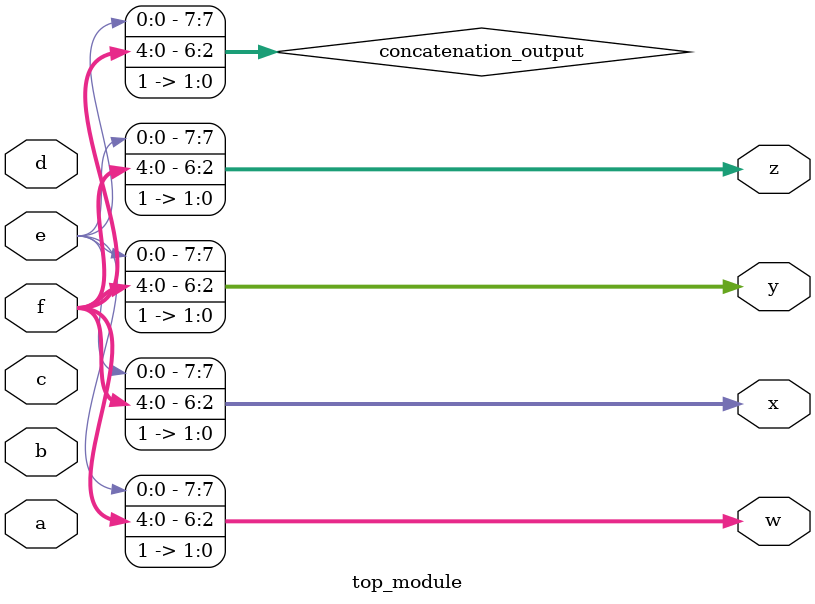
<source format=sv>
module top_module (
  input [4:0] a,
  input [4:0] b,
  input [4:0] c,
  input [4:0] d,
  input [4:0] e,
  input [4:0] f,
  output [7:0] w,
  output [7:0] x,
  output [7:0] y,
  output [7:0] z
);
  
  wire [7:0] concatenation_output;
  assign concatenation_output = {a, b, c, d, e, f, 2'b11};
  
  assign w = concatenation_output;
  assign x = concatenation_output;
  assign y = concatenation_output;
  assign z = concatenation_output;
  
endmodule

</source>
